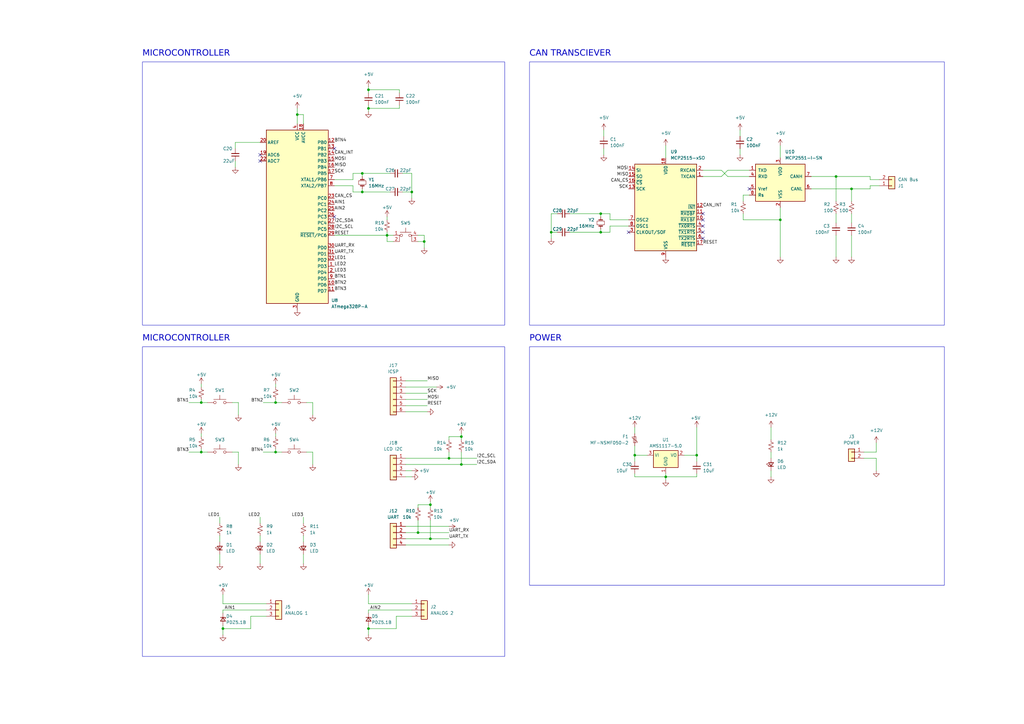
<source format=kicad_sch>
(kicad_sch (version 20230121) (generator eeschema)
  (paper "A3")
  (lib_symbols
    (symbol "+12V_1" (power) (pin_names (offset 0))
      (property "Value" "+12V_1" (at 0 3.556 0))
      (symbol "+12V_1_0_1"
        (polyline (pts (xy -0.762 1.27) (xy 0 2.54)))
        (polyline (pts (xy 0 0) (xy 0 2.54)))
        (polyline (pts (xy 0 2.54) (xy 0.762 1.27)))
      )
      (symbol "+12V_1_1_1"
        (pin power_in line (at 0 0 90) (length 0) hide (name "+12V") (number "1"))
      )
    )
    (symbol "Connector_Generic:Conn_01x02" (pin_names (offset 1.016) hide)
      (property "Reference" "J" (at 0 2.54 0))
      (property "Value" "Conn_01x02" (at 0 -5.08 0))
      (symbol "Conn_01x02_1_1"
        (rectangle (start -1.27 -2.413) (end 0 -2.667) (stroke (width 0.1524)))
        (rectangle (start -1.27 0.127) (end 0 -0.127) (stroke (width 0.1524)))
        (rectangle (start -1.27 1.27) (end 1.27 -3.81) (stroke (width 0.254)) (fill (type background)))
        (pin passive line (at -5.08 0 0) (length 3.81) (name "Pin_1") (number "1"))
        (pin passive line (at -5.08 -2.54 0) (length 3.81) (name "Pin_2") (number "2"))
      )
    )
    (symbol "Connector_Generic:Conn_01x03" (pin_names (offset 1.016) hide)
      (property "Reference" "J" (at 0 5.08 0))
      (property "Value" "Conn_01x03" (at 0 -5.08 0))
      (symbol "Conn_01x03_1_1"
        (rectangle (start -1.27 -2.413) (end 0 -2.667) (stroke (width 0.1524)))
        (rectangle (start -1.27 0.127) (end 0 -0.127) (stroke (width 0.1524)))
        (rectangle (start -1.27 2.667) (end 0 2.413) (stroke (width 0.1524)))
        (rectangle (start -1.27 3.81) (end 1.27 -3.81) (stroke (width 0.254)) (fill (type background)))
        (pin passive line (at -5.08 2.54 0) (length 3.81) (name "Pin_1") (number "1"))
        (pin passive line (at -5.08 0 0) (length 3.81) (name "Pin_2") (number "2"))
        (pin passive line (at -5.08 -2.54 0) (length 3.81) (name "Pin_3") (number "3"))
      )
    )
    (symbol "Connector_Generic:Conn_01x04" (pin_names (offset 1.016) hide)
      (property "Reference" "J" (at 0 5.08 0))
      (property "Value" "Conn_01x04" (at 0 -7.62 0))
      (symbol "Conn_01x04_1_1"
        (rectangle (start -1.27 -4.953) (end 0 -5.207) (stroke (width 0.1524)))
        (rectangle (start -1.27 -2.413) (end 0 -2.667) (stroke (width 0.1524)))
        (rectangle (start -1.27 0.127) (end 0 -0.127) (stroke (width 0.1524)))
        (rectangle (start -1.27 2.667) (end 0 2.413) (stroke (width 0.1524)))
        (rectangle (start -1.27 3.81) (end 1.27 -6.35) (stroke (width 0.254)) (fill (type background)))
        (pin passive line (at -5.08 2.54 0) (length 3.81) (name "Pin_1") (number "1"))
        (pin passive line (at -5.08 0 0) (length 3.81) (name "Pin_2") (number "2"))
        (pin passive line (at -5.08 -2.54 0) (length 3.81) (name "Pin_3") (number "3"))
        (pin passive line (at -5.08 -5.08 0) (length 3.81) (name "Pin_4") (number "4"))
      )
    )
    (symbol "Connector_Generic:Conn_01x06" (pin_names (offset 1.016) hide)
      (property "Reference" "J" (at 0 7.62 0))
      (property "Value" "Conn_01x06" (at 0 -10.16 0))
      (symbol "Conn_01x06_1_1"
        (rectangle (start -1.27 -7.493) (end 0 -7.747) (stroke (width 0.1524)))
        (rectangle (start -1.27 -4.953) (end 0 -5.207) (stroke (width 0.1524)))
        (rectangle (start -1.27 -2.413) (end 0 -2.667) (stroke (width 0.1524)))
        (rectangle (start -1.27 0.127) (end 0 -0.127) (stroke (width 0.1524)))
        (rectangle (start -1.27 2.667) (end 0 2.413) (stroke (width 0.1524)))
        (rectangle (start -1.27 5.207) (end 0 4.953) (stroke (width 0.1524)))
        (rectangle (start -1.27 6.35) (end 1.27 -8.89) (stroke (width 0.254)) (fill (type background)))
        (pin passive line (at -5.08 5.08 0) (length 3.81) (name "Pin_1") (number "1"))
        (pin passive line (at -5.08 2.54 0) (length 3.81) (name "Pin_2") (number "2"))
        (pin passive line (at -5.08 0 0) (length 3.81) (name "Pin_3") (number "3"))
        (pin passive line (at -5.08 -2.54 0) (length 3.81) (name "Pin_4") (number "4"))
        (pin passive line (at -5.08 -5.08 0) (length 3.81) (name "Pin_5") (number "5"))
        (pin passive line (at -5.08 -7.62 0) (length 3.81) (name "Pin_6") (number "6"))
      )
    )
    (symbol "Device:C_Small" (pin_numbers hide) (pin_names (offset 0.254) hide)
      (property "Reference" "C" (at 0.254 1.778 0))
      (property "Value" "C_Small" (at 0.254 -2.032 0))
      (symbol "C_Small_0_1"
        (polyline (pts (xy -1.524 -0.508) (xy 1.524 -0.508)) (stroke (width 0.3302)))
        (polyline (pts (xy -1.524 0.508) (xy 1.524 0.508)) (stroke (width 0.3048)))
      )
      (symbol "C_Small_1_1"
        (pin passive line (at 0 2.54 270) (length 2.032) (name "~") (number "1"))
        (pin passive line (at 0 -2.54 90) (length 2.032) (name "~") (number "2"))
      )
    )
    (symbol "Device:Crystal_Small" (pin_numbers hide) (pin_names (offset 1.016) hide)
      (property "Reference" "Y" (at 0 2.54 0))
      (property "Value" "Crystal_Small" (at 0 -2.54 0))
      (symbol "Crystal_Small_0_1"
        (rectangle (start -0.762 -1.524) (end 0.762 1.524))
        (polyline (pts (xy -1.27 -0.762) (xy -1.27 0.762)) (stroke (width 0.381)))
        (polyline (pts (xy 1.27 -0.762) (xy 1.27 0.762)) (stroke (width 0.381)))
      )
      (symbol "Crystal_Small_1_1"
        (pin passive line (at -2.54 0 0) (length 1.27) (name "1") (number "1"))
        (pin passive line (at 2.54 0 180) (length 1.27) (name "2") (number "2"))
      )
    )
    (symbol "Device:D_Zener_Small" (pin_numbers hide) (pin_names (offset 0.254) hide)
      (property "Reference" "D" (at 0 2.286 0))
      (property "Value" "D_Zener_Small" (at 0 -2.286 0))
      (symbol "D_Zener_Small_0_1"
        (polyline (pts (xy 0.762 0) (xy -0.762 0)))
        (polyline (pts (xy -0.254 1.016) (xy -0.762 1.016) (xy -0.762 -1.016)) (stroke (width 0.254)))
        (polyline (pts (xy 0.762 1.016) (xy -0.762 0) (xy 0.762 -1.016) (xy 0.762 1.016)) (stroke (width 0.254)))
      )
      (symbol "D_Zener_Small_1_1"
        (pin passive line (at -2.54 0 0) (length 1.778) (name "K") (number "1"))
        (pin passive line (at 2.54 0 180) (length 1.778) (name "A") (number "2"))
      )
    )
    (symbol "Device:LED_Small" (pin_numbers hide) (pin_names (offset 0.254) hide)
      (property "Reference" "D" (at -1.27 3.175 0))
      (property "Value" "LED_Small" (at -4.445 -2.54 0))
      (symbol "LED_Small_0_1"
        (polyline (pts (xy -0.762 -1.016) (xy -0.762 1.016)) (stroke (width 0.254)))
        (polyline (pts (xy 1.016 0) (xy -0.762 0)))
        (polyline (pts (xy 0.762 -1.016) (xy -0.762 0) (xy 0.762 1.016) (xy 0.762 -1.016)) (stroke (width 0.254)))
        (polyline (pts (xy 0 0.762) (xy -0.508 1.27) (xy -0.254 1.27) (xy -0.508 1.27) (xy -0.508 1.016)))
        (polyline (pts (xy 0.508 1.27) (xy 0 1.778) (xy 0.254 1.778) (xy 0 1.778) (xy 0 1.524)))
      )
      (symbol "LED_Small_1_1"
        (pin passive line (at -2.54 0 0) (length 1.778) (name "K") (number "1"))
        (pin passive line (at 2.54 0 180) (length 1.778) (name "A") (number "2"))
      )
    )
    (symbol "Device:Polyfuse_Small" (pin_numbers hide) (pin_names (offset 0))
      (property "Reference" "F" (at -1.905 0 90))
      (property "Value" "Polyfuse_Small" (at 1.905 0 90))
      (symbol "Polyfuse_Small_0_1"
        (rectangle (start -0.508 1.27) (end 0.508 -1.27))
        (polyline (pts (xy 0 2.54) (xy 0 -2.54)))
        (polyline (pts (xy -1.016 1.27) (xy -1.016 0.762) (xy 1.016 -0.762) (xy 1.016 -1.27)))
      )
      (symbol "Polyfuse_Small_1_1"
        (pin passive line (at 0 2.54 270) (length 0.635) (name "~") (number "1"))
        (pin passive line (at 0 -2.54 90) (length 0.635) (name "~") (number "2"))
      )
    )
    (symbol "Device:R_Small_US" (pin_numbers hide) (pin_names (offset 0.254) hide)
      (property "Reference" "R" (at 0.762 0.508 0))
      (property "Value" "R_Small_US" (at 0.762 -1.016 0))
      (symbol "R_Small_US_1_1"
        (polyline (pts (xy 0 0) (xy 1.016 -0.381) (xy 0 -0.762) (xy -1.016 -1.143) (xy 0 -1.524)))
        (polyline (pts (xy 0 1.524) (xy 1.016 1.143) (xy 0 0.762) (xy -1.016 0.381) (xy 0 0)))
        (pin passive line (at 0 2.54 270) (length 1.016) (name "~") (number "1"))
        (pin passive line (at 0 -2.54 90) (length 1.016) (name "~") (number "2"))
      )
    )
    (symbol "Interface_CAN_LIN:MCP2515-xSO"
      (property "Reference" "U" (at -10.16 19.685 0))
      (property "Value" "MCP2515-xSO" (at 19.05 20.32 0))
      (symbol "MCP2515-xSO_0_1"
        (rectangle (start -12.7 17.78) (end 12.7 -17.78) (stroke (width 0.254)) (fill (type background)))
      )
      (symbol "MCP2515-xSO_1_1"
        (pin output line (at 15.24 12.7 180) (length 2.54) (name "TXCAN") (number "1"))
        (pin output line (at 15.24 -5.08 180) (length 2.54) (name "~{RX1BF}") (number "10"))
        (pin output line (at 15.24 -2.54 180) (length 2.54) (name "~{RX0BF}") (number "11"))
        (pin output line (at 15.24 0 180) (length 2.54) (name "~{INT}") (number "12"))
        (pin input line (at -15.24 7.62 0) (length 2.54) (name "SCK") (number "13"))
        (pin input line (at -15.24 15.24 0) (length 2.54) (name "SI") (number "14"))
        (pin output line (at -15.24 12.7 0) (length 2.54) (name "SO") (number "15"))
        (pin input line (at -15.24 10.16 0) (length 2.54) (name "~{CS}") (number "16"))
        (pin input line (at 15.24 -15.24 180) (length 2.54) (name "~{RESET}") (number "17"))
        (pin power_in line (at 0 20.32 270) (length 2.54) (name "VDD") (number "18"))
        (pin input line (at 15.24 15.24 180) (length 2.54) (name "RXCAN") (number "2"))
        (pin output line (at -15.24 -10.16 0) (length 2.54) (name "CLKOUT/SOF") (number "3"))
        (pin input line (at 15.24 -7.62 180) (length 2.54) (name "~{TX0RTS}") (number "4"))
        (pin input line (at 15.24 -10.16 180) (length 2.54) (name "~{TX1RTS}") (number "5"))
        (pin input line (at 15.24 -12.7 180) (length 2.54) (name "~{TX2RTS}") (number "6"))
        (pin output line (at -15.24 -5.08 0) (length 2.54) (name "OSC2") (number "7"))
        (pin input line (at -15.24 -7.62 0) (length 2.54) (name "OSC1") (number "8"))
        (pin power_in line (at 0 -20.32 90) (length 2.54) (name "VSS") (number "9"))
      )
    )
    (symbol "Interface_CAN_LIN:MCP2551-I-SN" (pin_names (offset 1.016))
      (property "Reference" "U" (at -10.16 8.89 0))
      (property "Value" "MCP2551-I-SN" (at 2.54 8.89 0))
      (symbol "MCP2551-I-SN_0_1"
        (rectangle (start -10.16 7.62) (end 10.16 -7.62) (stroke (width 0.254)) (fill (type background)))
      )
      (symbol "MCP2551-I-SN_1_1"
        (pin input line (at -12.7 5.08 0) (length 2.54) (name "TXD") (number "1"))
        (pin power_in line (at 0 -10.16 90) (length 2.54) (name "VSS") (number "2"))
        (pin power_in line (at 0 10.16 270) (length 2.54) (name "VDD") (number "3"))
        (pin output line (at -12.7 2.54 0) (length 2.54) (name "RXD") (number "4"))
        (pin power_out line (at -12.7 -2.54 0) (length 2.54) (name "Vref") (number "5"))
        (pin bidirectional line (at 12.7 -2.54 180) (length 2.54) (name "CANL") (number "6"))
        (pin bidirectional line (at 12.7 2.54 180) (length 2.54) (name "CANH") (number "7"))
        (pin input line (at -12.7 -5.08 0) (length 2.54) (name "Rs") (number "8"))
      )
    )
    (symbol "MCU_Microchip_ATmega:ATmega328P-A"
      (property "Reference" "U" (at -12.7 36.83 0))
      (property "Value" "ATmega328P-A" (at 2.54 -36.83 0))
      (symbol "ATmega328P-A_0_1"
        (rectangle (start -12.7 -35.56) (end 12.7 35.56) (stroke (width 0.254)) (fill (type background)))
      )
      (symbol "ATmega328P-A_1_1"
        (pin bidirectional line (at 15.24 -20.32 180) (length 2.54) (name "PD3") (number "1"))
        (pin bidirectional line (at 15.24 -27.94 180) (length 2.54) (name "PD6") (number "10"))
        (pin bidirectional line (at 15.24 -30.48 180) (length 2.54) (name "PD7") (number "11"))
        (pin bidirectional line (at 15.24 30.48 180) (length 2.54) (name "PB0") (number "12"))
        (pin bidirectional line (at 15.24 27.94 180) (length 2.54) (name "PB1") (number "13"))
        (pin bidirectional line (at 15.24 25.4 180) (length 2.54) (name "PB2") (number "14"))
        (pin bidirectional line (at 15.24 22.86 180) (length 2.54) (name "PB3") (number "15"))
        (pin bidirectional line (at 15.24 20.32 180) (length 2.54) (name "PB4") (number "16"))
        (pin bidirectional line (at 15.24 17.78 180) (length 2.54) (name "PB5") (number "17"))
        (pin power_in line (at 2.54 38.1 270) (length 2.54) (name "AVCC") (number "18"))
        (pin input line (at -15.24 25.4 0) (length 2.54) (name "ADC6") (number "19"))
        (pin bidirectional line (at 15.24 -22.86 180) (length 2.54) (name "PD4") (number "2"))
        (pin passive line (at -15.24 30.48 0) (length 2.54) (name "AREF") (number "20"))
        (pin passive line (at 0 -38.1 90) (length 2.54) hide (name "GND") (number "21"))
        (pin input line (at -15.24 22.86 0) (length 2.54) (name "ADC7") (number "22"))
        (pin bidirectional line (at 15.24 7.62 180) (length 2.54) (name "PC0") (number "23"))
        (pin bidirectional line (at 15.24 5.08 180) (length 2.54) (name "PC1") (number "24"))
        (pin bidirectional line (at 15.24 2.54 180) (length 2.54) (name "PC2") (number "25"))
        (pin bidirectional line (at 15.24 0 180) (length 2.54) (name "PC3") (number "26"))
        (pin bidirectional line (at 15.24 -2.54 180) (length 2.54) (name "PC4") (number "27"))
        (pin bidirectional line (at 15.24 -5.08 180) (length 2.54) (name "PC5") (number "28"))
        (pin bidirectional line (at 15.24 -7.62 180) (length 2.54) (name "~{RESET}/PC6") (number "29"))
        (pin power_in line (at 0 -38.1 90) (length 2.54) (name "GND") (number "3"))
        (pin bidirectional line (at 15.24 -12.7 180) (length 2.54) (name "PD0") (number "30"))
        (pin bidirectional line (at 15.24 -15.24 180) (length 2.54) (name "PD1") (number "31"))
        (pin bidirectional line (at 15.24 -17.78 180) (length 2.54) (name "PD2") (number "32"))
        (pin power_in line (at 0 38.1 270) (length 2.54) (name "VCC") (number "4"))
        (pin passive line (at 0 -38.1 90) (length 2.54) hide (name "GND") (number "5"))
        (pin passive line (at 0 38.1 270) (length 2.54) hide (name "VCC") (number "6"))
        (pin bidirectional line (at 15.24 15.24 180) (length 2.54) (name "XTAL1/PB6") (number "7"))
        (pin bidirectional line (at 15.24 12.7 180) (length 2.54) (name "XTAL2/PB7") (number "8"))
        (pin bidirectional line (at 15.24 -25.4 180) (length 2.54) (name "PD5") (number "9"))
      )
    )
    (symbol "Regulator_Linear:AMS1117-5.0"
      (property "Reference" "U" (at -3.81 3.175 0))
      (property "Value" "AMS1117-5.0" (at 0 3.175 0))
      (symbol "AMS1117-5.0_0_1"
        (rectangle (start -5.08 -5.08) (end 5.08 1.905) (stroke (width 0.254)) (fill (type background)))
      )
      (symbol "AMS1117-5.0_1_1"
        (pin power_in line (at 0 -7.62 90) (length 2.54) (name "GND") (number "1"))
        (pin power_out line (at 7.62 0 180) (length 2.54) (name "VO") (number "2"))
        (pin power_in line (at -7.62 0 0) (length 2.54) (name "VI") (number "3"))
      )
    )
    (symbol "Switch:SW_MEC_5E" (pin_names (offset 1.016) hide)
      (property "Reference" "SW" (at 0.635 5.715 0))
      (property "Value" "SW_MEC_5E" (at 0 -3.175 0))
      (symbol "SW_MEC_5E_0_1"
        (circle (center -1.778 2.54) (radius 0.508))
        (polyline (pts (xy -2.286 3.81) (xy 2.286 3.81)))
        (polyline (pts (xy 0 3.81) (xy 0 5.588)))
        (polyline (pts (xy -2.54 0) (xy -2.54 2.54) (xy -2.286 2.54)))
        (polyline (pts (xy 2.54 0) (xy 2.54 2.54) (xy 2.286 2.54)))
        (circle (center 1.778 2.54) (radius 0.508))
        (pin passive line (at -5.08 2.54 0) (length 2.54) (name "1") (number "1"))
        (pin passive line (at -5.08 0 0) (length 2.54) (name "2") (number "2"))
        (pin passive line (at 5.08 0 180) (length 2.54) (name "K") (number "3"))
        (pin passive line (at 5.08 2.54 180) (length 2.54) (name "A") (number "4"))
      )
    )
    (symbol "Switch:SW_Push" (pin_numbers hide) (pin_names (offset 1.016) hide)
      (property "Reference" "SW" (at 1.27 2.54 0))
      (property "Value" "SW_Push" (at 0 -1.524 0))
      (symbol "SW_Push_0_1"
        (circle (center -2.032 0) (radius 0.508))
        (polyline (pts (xy 0 1.27) (xy 0 3.048)))
        (polyline (pts (xy 2.54 1.27) (xy -2.54 1.27)))
        (circle (center 2.032 0) (radius 0.508))
        (pin passive line (at -5.08 0 0) (length 2.54) (name "1") (number "1"))
        (pin passive line (at 5.08 0 180) (length 2.54) (name "2") (number "2"))
      )
    )
    (symbol "power:+12V" (power) (pin_names (offset 0))
      (property "Value" "+12V" (at 0 3.556 0))
      (symbol "+12V_0_1"
        (polyline (pts (xy -0.762 1.27) (xy 0 2.54)))
        (polyline (pts (xy 0 0) (xy 0 2.54)))
        (polyline (pts (xy 0 2.54) (xy 0.762 1.27)))
      )
      (symbol "+12V_1_1"
        (pin power_in line (at 0 0 90) (length 0) hide (name "+12V") (number "1"))
      )
    )
    (symbol "power:+5V" (power) (pin_names (offset 0))
      (property "Value" "+5V" (at 0 3.556 0))
      (symbol "+5V_0_1"
        (polyline (pts (xy -0.762 1.27) (xy 0 2.54)))
        (polyline (pts (xy 0 0) (xy 0 2.54)))
        (polyline (pts (xy 0 2.54) (xy 0.762 1.27)))
      )
      (symbol "+5V_1_1"
        (pin power_in line (at 0 0 90) (length 0) hide (name "+5V") (number "1"))
      )
    )
    (symbol "power:GND" (power) (pin_names (offset 0))
      (property "Value" "GND" (at 0 -3.81 0))
      (symbol "GND_0_1"
        (polyline (pts (xy 0 0) (xy 0 -1.27) (xy 1.27 -1.27) (xy 0 -2.54) (xy -1.27 -1.27) (xy 0 -1.27)))
      )
      (symbol "GND_1_1"
        (pin power_in line (at 0 0 270) (length 0) hide (name "GND") (number "1"))
      )
    )
  )
  (junction (at 151.13 36.83))
  (junction (at 176.53 220.98))
  (junction (at 113.03 165.1))
  (junction (at 176.53 207.01))
  (junction (at 246.38 87.63))
  (junction (at 82.55 165.1))
  (junction (at 260.35 186.69))
  (junction (at 171.45 218.44))
  (junction (at 184.15 187.96))
  (junction (at 349.25 77.47))
  (junction (at 113.03 185.42))
  (junction (at 121.92 46.99))
  (junction (at 189.23 179.07))
  (junction (at 82.55 185.42))
  (junction (at 320.04 90.17))
  (junction (at 91.44 257.81))
  (junction (at 173.99 99.06))
  (junction (at 148.59 71.12))
  (junction (at 158.75 96.52))
  (junction (at 168.91 78.74))
  (junction (at 151.13 257.81))
  (junction (at 189.23 190.5))
  (junction (at 246.38 95.25))
  (junction (at 148.59 78.74))
  (junction (at 151.13 44.45))
  (junction (at 226.06 95.25))
  (junction (at 285.75 186.69))
  (junction (at 342.9 72.39))
  (junction (at 273.05 195.58))
  (no_connect (at 288.29 95.25))
  (no_connect (at 288.29 92.71))
  (no_connect (at 257.81 95.25))
  (no_connect (at 137.16 60.96))
  (no_connect (at 288.29 87.63))
  (no_connect (at 288.29 90.17))
  (no_connect (at 137.16 88.9))
  (no_connect (at 288.29 97.79))
  (no_connect (at 307.34 77.47))
  (no_connect (at 106.68 63.5))
  (no_connect (at 106.68 66.04))
  (wire (pts (xy 166.37 163.83) (xy 175.26 163.83)))
  (wire (pts (xy 91.44 247.65) (xy 109.22 247.65)))
  (wire (pts (xy 163.83 36.83) (xy 163.83 38.1)))
  (wire (pts (xy 77.47 165.1) (xy 82.55 165.1)))
  (wire (pts (xy 189.23 180.34) (xy 189.23 179.07)))
  (wire (pts (xy 257.81 92.71) (xy 250.19 92.71)))
  (wire (pts (xy 91.44 257.81) (xy 91.44 260.35)))
  (wire (pts (xy 128.27 165.1) (xy 125.73 165.1)))
  (wire (pts (xy 151.13 35.56) (xy 151.13 36.83)))
  (wire (pts (xy 151.13 256.54) (xy 151.13 257.81)))
  (wire (pts (xy 151.13 43.18) (xy 151.13 44.45)))
  (wire (pts (xy 320.04 90.17) (xy 320.04 105.41)))
  (wire (pts (xy 106.68 219.71) (xy 106.68 222.25)))
  (wire (pts (xy 151.13 36.83) (xy 151.13 38.1)))
  (wire (pts (xy 90.17 227.33) (xy 90.17 231.14)))
  (wire (pts (xy 124.46 219.71) (xy 124.46 222.25)))
  (wire (pts (xy 168.91 81.28) (xy 168.91 78.74)))
  (wire (pts (xy 97.79 185.42) (xy 97.79 190.5)))
  (wire (pts (xy 298.45 72.39) (xy 307.34 72.39)))
  (wire (pts (xy 285.75 186.69) (xy 285.75 189.23)))
  (wire (pts (xy 246.38 87.63) (xy 246.38 88.9)))
  (wire (pts (xy 288.29 69.85) (xy 295.91 69.85)))
  (wire (pts (xy 151.13 257.81) (xy 151.13 260.35)))
  (wire (pts (xy 113.03 185.42) (xy 113.03 184.15)))
  (wire (pts (xy 128.27 165.1) (xy 128.27 170.18)))
  (wire (pts (xy 151.13 36.83) (xy 163.83 36.83)))
  (wire (pts (xy 144.78 73.66) (xy 144.78 71.12)))
  (wire (pts (xy 295.91 72.39) (xy 298.45 69.85)))
  (wire (pts (xy 113.03 157.48) (xy 113.03 158.75)))
  (wire (pts (xy 137.16 76.2) (xy 144.78 76.2)))
  (wire (pts (xy 166.37 220.98) (xy 176.53 220.98)))
  (wire (pts (xy 168.91 252.73) (xy 162.56 252.73)))
  (wire (pts (xy 303.53 60.96) (xy 303.53 63.5)))
  (wire (pts (xy 124.46 212.09) (xy 124.46 214.63)))
  (wire (pts (xy 320.04 85.09) (xy 320.04 90.17)))
  (wire (pts (xy 166.37 156.21) (xy 175.26 156.21)))
  (wire (pts (xy 356.87 72.39) (xy 356.87 73.66)))
  (wire (pts (xy 273.05 195.58) (xy 273.05 196.85)))
  (wire (pts (xy 349.25 77.47) (xy 349.25 82.55)))
  (wire (pts (xy 257.81 90.17) (xy 250.19 90.17)))
  (wire (pts (xy 304.8 80.01) (xy 307.34 80.01)))
  (wire (pts (xy 285.75 195.58) (xy 273.05 195.58)))
  (wire (pts (xy 107.95 165.1) (xy 113.03 165.1)))
  (wire (pts (xy 295.91 69.85) (xy 298.45 72.39)))
  (wire (pts (xy 166.37 168.91) (xy 175.26 168.91)))
  (wire (pts (xy 280.67 186.69) (xy 285.75 186.69)))
  (wire (pts (xy 226.06 97.79) (xy 226.06 95.25)))
  (wire (pts (xy 162.56 252.73) (xy 162.56 257.81)))
  (wire (pts (xy 166.37 195.58) (xy 168.91 195.58)))
  (wire (pts (xy 332.74 72.39) (xy 342.9 72.39)))
  (wire (pts (xy 316.23 175.26) (xy 316.23 180.34)))
  (wire (pts (xy 228.6 95.25) (xy 226.06 95.25)))
  (wire (pts (xy 342.9 87.63) (xy 342.9 91.44)))
  (wire (pts (xy 250.19 90.17) (xy 250.19 87.63)))
  (wire (pts (xy 173.99 96.52) (xy 171.45 96.52)))
  (wire (pts (xy 189.23 179.07) (xy 189.23 177.8)))
  (wire (pts (xy 96.52 68.58) (xy 96.52 66.04)))
  (wire (pts (xy 303.53 53.34) (xy 303.53 55.88)))
  (wire (pts (xy 273.05 59.69) (xy 273.05 64.77)))
  (wire (pts (xy 90.17 219.71) (xy 90.17 222.25)))
  (wire (pts (xy 304.8 90.17) (xy 304.8 87.63)))
  (wire (pts (xy 349.25 77.47) (xy 332.74 77.47)))
  (wire (pts (xy 97.79 165.1) (xy 95.25 165.1)))
  (wire (pts (xy 165.1 78.74) (xy 168.91 78.74)))
  (wire (pts (xy 158.75 99.06) (xy 158.75 96.52)))
  (wire (pts (xy 171.45 207.01) (xy 176.53 207.01)))
  (wire (pts (xy 168.91 71.12) (xy 168.91 78.74)))
  (wire (pts (xy 113.03 165.1) (xy 113.03 163.83)))
  (wire (pts (xy 151.13 44.45) (xy 151.13 45.72)))
  (wire (pts (xy 260.35 195.58) (xy 273.05 195.58)))
  (wire (pts (xy 165.1 71.12) (xy 168.91 71.12)))
  (wire (pts (xy 166.37 166.37) (xy 175.26 166.37)))
  (wire (pts (xy 176.53 213.36) (xy 176.53 220.98)))
  (wire (pts (xy 316.23 193.04) (xy 316.23 195.58)))
  (wire (pts (xy 247.65 53.34) (xy 247.65 55.88)))
  (wire (pts (xy 354.33 187.96) (xy 359.41 187.96)))
  (wire (pts (xy 106.68 227.33) (xy 106.68 231.14)))
  (wire (pts (xy 184.15 185.42) (xy 184.15 187.96)))
  (wire (pts (xy 151.13 247.65) (xy 168.91 247.65)))
  (wire (pts (xy 128.27 185.42) (xy 125.73 185.42)))
  (wire (pts (xy 113.03 185.42) (xy 115.57 185.42)))
  (wire (pts (xy 113.03 165.1) (xy 115.57 165.1)))
  (wire (pts (xy 151.13 243.84) (xy 151.13 247.65)))
  (wire (pts (xy 228.6 87.63) (xy 226.06 87.63)))
  (wire (pts (xy 91.44 256.54) (xy 91.44 257.81)))
  (wire (pts (xy 171.45 218.44) (xy 184.15 218.44)))
  (wire (pts (xy 273.05 194.31) (xy 273.05 195.58)))
  (wire (pts (xy 96.52 58.42) (xy 106.68 58.42)))
  (wire (pts (xy 176.53 208.28) (xy 176.53 207.01)))
  (wire (pts (xy 171.45 213.36) (xy 171.45 218.44)))
  (wire (pts (xy 107.95 185.42) (xy 113.03 185.42)))
  (wire (pts (xy 148.59 78.74) (xy 160.02 78.74)))
  (wire (pts (xy 166.37 190.5) (xy 189.23 190.5)))
  (wire (pts (xy 247.65 60.96) (xy 247.65 63.5)))
  (wire (pts (xy 109.22 252.73) (xy 102.87 252.73)))
  (wire (pts (xy 151.13 250.19) (xy 168.91 250.19)))
  (wire (pts (xy 151.13 250.19) (xy 151.13 251.46)))
  (wire (pts (xy 356.87 77.47) (xy 349.25 77.47)))
  (wire (pts (xy 342.9 96.52) (xy 342.9 105.41)))
  (wire (pts (xy 320.04 90.17) (xy 304.8 90.17)))
  (wire (pts (xy 166.37 193.04) (xy 168.91 193.04)))
  (wire (pts (xy 82.55 165.1) (xy 85.09 165.1)))
  (wire (pts (xy 320.04 59.69) (xy 320.04 64.77)))
  (wire (pts (xy 349.25 87.63) (xy 349.25 91.44)))
  (wire (pts (xy 171.45 208.28) (xy 171.45 207.01)))
  (wire (pts (xy 342.9 72.39) (xy 342.9 82.55)))
  (wire (pts (xy 342.9 72.39) (xy 356.87 72.39)))
  (wire (pts (xy 356.87 76.2) (xy 356.87 77.47)))
  (wire (pts (xy 354.33 185.42) (xy 359.41 185.42)))
  (wire (pts (xy 171.45 99.06) (xy 173.99 99.06)))
  (wire (pts (xy 137.16 73.66) (xy 144.78 73.66)))
  (wire (pts (xy 285.75 175.26) (xy 285.75 186.69)))
  (wire (pts (xy 260.35 194.31) (xy 260.35 195.58)))
  (wire (pts (xy 144.78 71.12) (xy 148.59 71.12)))
  (wire (pts (xy 137.16 96.52) (xy 158.75 96.52)))
  (wire (pts (xy 176.53 207.01) (xy 176.53 205.74)))
  (wire (pts (xy 356.87 73.66) (xy 360.68 73.66)))
  (wire (pts (xy 189.23 190.5) (xy 195.58 190.5)))
  (wire (pts (xy 166.37 215.9) (xy 184.15 215.9)))
  (wire (pts (xy 166.37 158.75) (xy 179.07 158.75)))
  (wire (pts (xy 90.17 212.09) (xy 90.17 214.63)))
  (wire (pts (xy 91.44 250.19) (xy 91.44 251.46)))
  (wire (pts (xy 162.56 257.81) (xy 151.13 257.81)))
  (wire (pts (xy 121.92 46.99) (xy 121.92 50.8)))
  (wire (pts (xy 288.29 72.39) (xy 295.91 72.39)))
  (wire (pts (xy 113.03 177.8) (xy 113.03 179.07)))
  (wire (pts (xy 260.35 175.26) (xy 260.35 177.8)))
  (wire (pts (xy 260.35 182.88) (xy 260.35 186.69)))
  (wire (pts (xy 359.41 187.96) (xy 359.41 193.04)))
  (wire (pts (xy 82.55 177.8) (xy 82.55 179.07)))
  (wire (pts (xy 82.55 157.48) (xy 82.55 158.75)))
  (wire (pts (xy 285.75 194.31) (xy 285.75 195.58)))
  (wire (pts (xy 250.19 87.63) (xy 246.38 87.63)))
  (wire (pts (xy 316.23 185.42) (xy 316.23 187.96)))
  (wire (pts (xy 184.15 180.34) (xy 184.15 179.07)))
  (wire (pts (xy 106.68 212.09) (xy 106.68 214.63)))
  (wire (pts (xy 97.79 165.1) (xy 97.79 170.18)))
  (wire (pts (xy 166.37 187.96) (xy 184.15 187.96)))
  (wire (pts (xy 148.59 77.47) (xy 148.59 78.74)))
  (wire (pts (xy 77.47 185.42) (xy 82.55 185.42)))
  (wire (pts (xy 184.15 187.96) (xy 195.58 187.96)))
  (wire (pts (xy 304.8 82.55) (xy 304.8 80.01)))
  (wire (pts (xy 246.38 95.25) (xy 233.68 95.25)))
  (wire (pts (xy 82.55 185.42) (xy 85.09 185.42)))
  (wire (pts (xy 250.19 92.71) (xy 250.19 95.25)))
  (wire (pts (xy 260.35 186.69) (xy 265.43 186.69)))
  (wire (pts (xy 91.44 250.19) (xy 109.22 250.19)))
  (wire (pts (xy 298.45 69.85) (xy 307.34 69.85)))
  (wire (pts (xy 158.75 96.52) (xy 158.75 95.25)))
  (wire (pts (xy 246.38 87.63) (xy 233.68 87.63)))
  (wire (pts (xy 158.75 96.52) (xy 161.29 96.52)))
  (wire (pts (xy 176.53 220.98) (xy 184.15 220.98)))
  (wire (pts (xy 166.37 218.44) (xy 171.45 218.44)))
  (wire (pts (xy 226.06 87.63) (xy 226.06 95.25)))
  (wire (pts (xy 173.99 99.06) (xy 173.99 101.6)))
  (wire (pts (xy 189.23 185.42) (xy 189.23 190.5)))
  (wire (pts (xy 173.99 96.52) (xy 173.99 99.06)))
  (wire (pts (xy 124.46 227.33) (xy 124.46 231.14)))
  (wire (pts (xy 121.92 44.45) (xy 121.92 46.99)))
  (wire (pts (xy 163.83 44.45) (xy 163.83 43.18)))
  (wire (pts (xy 102.87 252.73) (xy 102.87 257.81)))
  (wire (pts (xy 91.44 243.84) (xy 91.44 247.65)))
  (wire (pts (xy 97.79 185.42) (xy 95.25 185.42)))
  (wire (pts (xy 144.78 78.74) (xy 148.59 78.74)))
  (wire (pts (xy 151.13 44.45) (xy 163.83 44.45)))
  (wire (pts (xy 166.37 223.52) (xy 184.15 223.52)))
  (wire (pts (xy 158.75 88.9) (xy 158.75 90.17)))
  (wire (pts (xy 246.38 93.98) (xy 246.38 95.25)))
  (wire (pts (xy 250.19 95.25) (xy 246.38 95.25)))
  (wire (pts (xy 161.29 99.06) (xy 158.75 99.06)))
  (wire (pts (xy 166.37 161.29) (xy 175.26 161.29)))
  (wire (pts (xy 121.92 46.99) (xy 124.46 46.99)))
  (wire (pts (xy 349.25 96.52) (xy 349.25 105.41)))
  (wire (pts (xy 360.68 76.2) (xy 356.87 76.2)))
  (wire (pts (xy 359.41 181.61) (xy 359.41 185.42)))
  (wire (pts (xy 82.55 165.1) (xy 82.55 163.83)))
  (wire (pts (xy 96.52 58.42) (xy 96.52 60.96)))
  (wire (pts (xy 128.27 185.42) (xy 128.27 190.5)))
  (wire (pts (xy 148.59 71.12) (xy 160.02 71.12)))
  (wire (pts (xy 124.46 46.99) (xy 124.46 50.8)))
  (wire (pts (xy 184.15 179.07) (xy 189.23 179.07)))
  (wire (pts (xy 102.87 257.81) (xy 91.44 257.81)))
  (wire (pts (xy 82.55 185.42) (xy 82.55 184.15)))
  (wire (pts (xy 144.78 76.2) (xy 144.78 78.74)))
  (wire (pts (xy 148.59 71.12) (xy 148.59 72.39)))
  (wire (pts (xy 260.35 186.69) (xy 260.35 189.23)))
  (rectangle (start 58.42 142.24) (end 207.01 269.24))
  (rectangle (start 217.17 25.4) (end 387.35 133.35))
  (rectangle (start 217.17 142.24) (end 387.35 240.03))
  (rectangle (start 58.42 25.4) (end 207.01 133.35))
  (text "POWER" (at 217.17 140.97 0) (effects (font (size 2.54 2.54)) (justify left bottom)))
  (text "CAN TRANSCIEVER" (at 217.17 24.13 0) (effects (font (size 2.54 2.54)) (justify left bottom)))
  (text "MICROCONTROLLER" (at 58.42 140.97 0) (effects (font (size 2.54 2.54)) (justify left bottom)))
  (text "MICROCONTROLLER" (at 58.42 24.13 0) (effects (font (size 2.54 2.54)) (justify left bottom)))
  (label "MISO" (at 175.26 156.21 0))
  (label "BTN3" (at 137.16 119.38 0))
  (label "RESET" (at 137.16 96.52 0))
  (label "BTN2" (at 107.95 165.1 180))
  (label "SCK" (at 175.26 161.29 0))
  (label "BTN1" (at 77.47 165.1 180))
  (label "AIN2" (at 156.21 250.19 180))
  (label "LED1" (at 137.16 106.68 0))
  (label "CAN_INT" (at 137.16 63.5 0))
  (label "CAN_CS" (at 137.16 81.28 0))
  (label "I2C_SCL" (at 195.58 187.96 0))
  (label "LED3" (at 137.16 111.76 0))
  (label "LED2" (at 137.16 109.22 0))
  (label "LED2" (at 106.68 212.09 180))
  (label "BTN2" (at 137.16 116.84 0))
  (label "CAN_CS" (at 257.81 74.93 180))
  (label "UART_RX" (at 137.16 101.6 0))
  (label "UART_TX" (at 184.15 220.98 0))
  (label "BTN4" (at 137.16 58.42 0))
  (label "SCK" (at 137.16 71.12 0))
  (label "MOSI" (at 137.16 66.04 0))
  (label "BTN3" (at 77.47 185.42 180))
  (label "AIN1" (at 96.52 250.19 180))
  (label "LED3" (at 124.46 212.09 180))
  (label "MISO" (at 137.16 68.58 0))
  (label "BTN4" (at 107.95 185.42 180))
  (label "UART_TX" (at 137.16 104.14 0))
  (label "MOSI" (at 257.81 69.85 180))
  (label "SCK" (at 257.81 77.47 180))
  (label "BTN1" (at 137.16 114.3 0))
  (label "MISO" (at 257.81 72.39 180))
  (label "RESET" (at 288.29 100.33 0))
  (label "MOSI" (at 175.26 163.83 0))
  (label "AIN2" (at 137.16 86.36 0))
  (label "AIN1" (at 137.16 83.82 0))
  (label "UART_RX" (at 184.15 218.44 0))
  (label "I2C_SDA" (at 195.58 190.5 0))
  (label "I2C_SDA" (at 137.16 91.44 0))
  (label "I2C_SCL" (at 137.16 93.98 0))
  (label "CAN_INT" (at 288.29 85.09 0))
  (label "LED1" (at 90.17 212.09 180))
  (label "RESET" (at 175.26 166.37 0))
  (symbol (lib_id "Device:R_Small_US") (at 90.17 217.17 0) (unit 1)
    (property "Reference" "R8" (at 92.71 215.9 0) (effects (justify left)))
    (property "Value" "1k" (at 92.71 218.44 0) (effects (justify left)))
    (property "Footprint" "Resistor_SMD:R_0805_2012Metric" (effects hide))
  )
  (symbol (lib_id "power:+5V") (at 179.07 158.75 270) (unit 1)
    (property "Reference" "#PWR037" (effects hide))
    (property "Value" "+5V" (at 182.88 158.75 90) (effects (justify left)))
  )
  (symbol (lib_id "power:GND") (at 320.04 105.41 0) (mirror y) (unit 1)
    (property "Reference" "#PWR01" (effects hide))
    (property "Value" "GND" (effects hide))
  )
  (symbol (lib_id "Switch:SW_Push") (at 90.17 165.1 0) (unit 1)
    (property "Reference" "SW1" (at 90.17 160.02 0))
    (property "Value" "SW_Push" (effects hide))
    (property "Footprint" "Connector_JST:JST_XH_S2B-XH-A-1_1x02_P2.50mm_Horizontal" (effects hide))
  )
  (symbol (lib_id "Connector_Generic:Conn_01x04") (at 161.29 190.5 0) (mirror y) (unit 1)
    (property "Reference" "J18" (at 161.29 181.61 0))
    (property "Value" "LCD I2C" (at 161.29 184.15 0))
    (property "Footprint" "Connector_PinSocket_2.54mm:PinSocket_1x04_P2.54mm_Vertical" (effects hide))
  )
  (symbol (lib_id "power:GND") (at 173.99 101.6 0) (unit 1)
    (property "Reference" "#PWR073" (effects hide))
    (property "Value" "GND" (effects hide))
  )
  (symbol (lib_id "Device:D_Zener_Small") (at 151.13 254 270) (unit 1)
    (property "Reference" "D5" (at 152.4 252.73 90) (effects (justify left)))
    (property "Value" "PDZ5.1B" (at 152.4 255.27 90) (effects (justify left)))
    (property "Footprint" "Diode_SMD:D_SOD-323" (effects hide))
  )
  (symbol (lib_id "Interface_CAN_LIN:MCP2551-I-SN") (at 320.04 74.93 0) (unit 1)
    (property "Reference" "U10" (at 321.9959 62.23 0) (effects (justify left)))
    (property "Value" "MCP2551-I-SN" (at 321.9959 64.77 0) (effects (justify left)))
    (property "Footprint" "Package_SO:SOIC-8_3.9x4.9mm_P1.27mm" (effects hide))
    (property "Datasheet" "http://ww1.microchip.com/downloads/en/devicedoc/21667d.pdf" (effects hide))
  )
  (symbol (lib_id "Device:R_Small_US") (at 113.03 161.29 0) (unit 1)
    (property "Reference" "R7" (at 107.95 160.02 0) (effects (justify left)))
    (property "Value" "10k" (at 107.95 162.56 0) (effects (justify left)))
    (property "Footprint" "Resistor_SMD:R_0805_2012Metric" (effects hide))
  )
  (symbol (lib_name "+12V_1") (lib_id "power:+12V") (at 316.23 175.26 0) (unit 1)
    (property "Reference" "#PWR030" (effects hide))
    (property "Value" "+12V" (at 316.23 170.18 0))
  )
  (symbol (lib_id "power:+5V") (at 189.23 177.8 0) (unit 1)
    (property "Reference" "#PWR033" (effects hide))
    (property "Value" "+5V" (at 189.23 173.99 0))
  )
  (symbol (lib_id "power:GND") (at 121.92 127 0) (unit 1)
    (property "Reference" "#PWR071" (effects hide))
    (property "Value" "GND" (effects hide))
  )
  (symbol (lib_id "power:GND") (at 175.26 168.91 90) (unit 1)
    (property "Reference" "#PWR076" (effects hide))
    (property "Value" "GND" (effects hide))
  )
  (symbol (lib_id "power:+5V") (at 176.53 205.74 0) (unit 1)
    (property "Reference" "#PWR025" (effects hide))
    (property "Value" "+5V" (at 176.53 201.93 0))
  )
  (symbol (lib_id "Device:R_Small_US") (at 176.53 210.82 0) (unit 1)
    (property "Reference" "R13" (at 177.8 209.55 0) (effects (justify left)))
    (property "Value" "10k" (at 177.8 212.09 0) (effects (justify left)))
    (property "Footprint" "Resistor_SMD:R_0805_2012Metric" (effects hide))
  )
  (symbol (lib_id "power:+5V") (at 91.44 243.84 0) (unit 1)
    (property "Reference" "#PWR038" (effects hide))
    (property "Value" "+5V" (at 91.44 240.03 0))
  )
  (symbol (lib_id "power:+12V") (at 260.35 175.26 0) (unit 1)
    (property "Reference" "#PWR081" (effects hide))
    (property "Value" "+12V" (at 262.89 171.45 0) (effects (justify right)))
  )
  (symbol (lib_id "Device:R_Small_US") (at 342.9 85.09 0) (unit 1)
    (property "Reference" "R2" (at 337.82 83.82 0) (effects (justify left)))
    (property "Value" "100" (at 337.82 86.36 0) (effects (justify left)))
    (property "Footprint" "Resistor_SMD:R_0805_2012Metric" (effects hide))
  )
  (symbol (lib_name "+12V_1") (lib_id "power:+12V") (at 359.41 181.61 0) (unit 1)
    (property "Reference" "#PWR020" (effects hide))
    (property "Value" "+12V" (at 359.41 176.53 0))
  )
  (symbol (lib_id "Device:C_Small") (at 342.9 93.98 180) (unit 1)
    (property "Reference" "C3" (at 340.36 92.71 0) (effects (justify left)))
    (property "Value" "100nF" (at 340.36 95.25 0) (effects (justify left)))
    (property "Footprint" "Capacitor_SMD:C_0805_2012Metric" (effects hide))
  )
  (symbol (lib_id "power:GND") (at 184.15 223.52 90) (unit 1)
    (property "Reference" "#PWR027" (effects hide))
    (property "Value" "GND" (effects hide))
  )
  (symbol (lib_id "power:GND") (at 349.25 105.41 0) (mirror y) (unit 1)
    (property "Reference" "#PWR010" (effects hide))
    (property "Value" "GND" (effects hide))
  )
  (symbol (lib_id "Device:C_Small") (at 285.75 191.77 180) (unit 1)
    (property "Reference" "C31" (at 288.29 190.5 0) (effects (justify right)))
    (property "Value" "10uF" (at 288.29 193.04 0) (effects (justify right)))
    (property "Footprint" "Capacitor_SMD:C_0805_2012Metric" (effects hide))
  )
  (symbol (lib_id "power:+5V") (at 184.15 215.9 270) (unit 1)
    (property "Reference" "#PWR026" (effects hide))
    (property "Value" "+5V" (at 184.15 213.36 90) (effects (justify left)))
  )
  (symbol (lib_id "Device:R_Small_US") (at 82.55 161.29 0) (unit 1)
    (property "Reference" "R4" (at 77.47 160.02 0) (effects (justify left)))
    (property "Value" "10k" (at 77.47 162.56 0) (effects (justify left)))
    (property "Footprint" "Resistor_SMD:R_0805_2012Metric" (effects hide))
  )
  (symbol (lib_id "Device:C_Small") (at 231.14 87.63 90) (unit 1)
    (property "Reference" "C28" (at 228.6 86.36 90))
    (property "Value" "22pF" (at 234.95 86.36 90))
    (property "Footprint" "Capacitor_SMD:C_0805_2012Metric" (effects hide))
  )
  (symbol (lib_id "Device:C_Small") (at 163.83 40.64 180) (unit 1)
    (property "Reference" "C22" (at 166.37 39.3635 0) (effects (justify right)))
    (property "Value" "100nF" (at 166.37 41.9035 0) (effects (justify right)))
    (property "Footprint" "Capacitor_SMD:C_0805_2012Metric" (effects hide))
  )
  (symbol (lib_id "Connector_Generic:Conn_01x03") (at 173.99 250.19 0) (unit 1)
    (property "Reference" "J2" (at 176.53 248.92 0) (effects (justify left)))
    (property "Value" "ANALOG 2" (at 176.53 251.46 0) (effects (justify left)))
    (property "Footprint" "Connector_JST:JST_XH_S3B-XH-A-1_1x03_P2.50mm_Horizontal" (effects hide))
  )
  (symbol (lib_id "power:+5V") (at 168.91 193.04 270) (mirror x) (unit 1)
    (property "Reference" "#PWR032" (effects hide))
    (property "Value" "+5V" (at 173.99 193.04 90))
  )
  (symbol (lib_id "Device:R_Small_US") (at 304.8 85.09 0) (unit 1)
    (property "Reference" "R1" (at 299.72 83.82 0) (effects (justify left)))
    (property "Value" "10k" (at 299.72 86.36 0) (effects (justify left)))
    (property "Footprint" "Resistor_SMD:R_0805_2012Metric" (effects hide))
  )
  (symbol (lib_id "Device:R_Small_US") (at 82.55 181.61 0) (unit 1)
    (property "Reference" "R5" (at 77.47 180.34 0) (effects (justify left)))
    (property "Value" "10k" (at 77.47 182.88 0) (effects (justify left)))
    (property "Footprint" "Resistor_SMD:R_0805_2012Metric" (effects hide))
  )
  (symbol (lib_id "Connector_Generic:Conn_01x06") (at 161.29 161.29 0) (mirror y) (unit 1)
    (property "Reference" "J17" (at 161.29 149.86 0))
    (property "Value" "ICSP" (at 161.29 152.4 0))
    (property "Footprint" "Connector_PinHeader_2.54mm:PinHeader_2x03_P2.54mm_Vertical" (effects hide))
  )
  (symbol (lib_id "Connector_Generic:Conn_01x03") (at 114.3 250.19 0) (unit 1)
    (property "Reference" "J5" (at 116.84 248.92 0) (effects (justify left)))
    (property "Value" "ANALOG 1" (at 116.84 251.46 0) (effects (justify left)))
    (property "Footprint" "Connector_JST:JST_XH_S3B-XH-A-1_1x03_P2.50mm_Horizontal" (effects hide))
  )
  (symbol (lib_id "power:+5V") (at 113.03 177.8 0) (unit 1)
    (property "Reference" "#PWR015" (effects hide))
    (property "Value" "+5V" (at 113.03 173.99 0))
  )
  (symbol (lib_id "Device:C_Small") (at 162.56 78.74 90) (unit 1)
    (property "Reference" "C27" (at 160.02 77.47 90))
    (property "Value" "22pF" (at 166.37 77.47 90))
    (property "Footprint" "Capacitor_SMD:C_0805_2012Metric" (effects hide))
  )
  (symbol (lib_id "power:+5V") (at 158.75 88.9 0) (unit 1)
    (property "Reference" "#PWR072" (effects hide))
    (property "Value" "+5V" (at 158.75 85.09 0))
  )
  (symbol (lib_id "Device:R_Small_US") (at 316.23 182.88 0) (unit 1)
    (property "Reference" "R12" (at 318.77 181.61 0) (effects (justify left)))
    (property "Value" "1k" (at 318.77 184.15 0) (effects (justify left)))
    (property "Footprint" "Resistor_SMD:R_0805_2012Metric" (effects hide))
  )
  (symbol (lib_id "Device:R_Small_US") (at 113.03 181.61 0) (unit 1)
    (property "Reference" "R6" (at 107.95 180.34 0) (effects (justify left)))
    (property "Value" "10k" (at 107.95 182.88 0) (effects (justify left)))
    (property "Footprint" "Resistor_SMD:R_0805_2012Metric" (effects hide))
  )
  (symbol (lib_id "power:GND") (at 151.13 260.35 0) (unit 1)
    (property "Reference" "#PWR039" (effects hide))
    (property "Value" "GND" (effects hide))
  )
  (symbol (lib_id "power:+5V") (at 151.13 35.56 0) (unit 1)
    (property "Reference" "#PWR068" (effects hide))
    (property "Value" "+5V" (at 151.13 30.48 0))
  )
  (symbol (lib_id "power:GND") (at 96.52 68.58 0) (unit 1)
    (property "Reference" "#PWR067" (effects hide))
    (property "Value" "GND" (effects hide))
  )
  (symbol (lib_id "power:+5V") (at 151.13 243.84 0) (unit 1)
    (property "Reference" "#PWR028" (effects hide))
    (property "Value" "+5V" (at 151.13 240.03 0))
  )
  (symbol (lib_id "power:GND") (at 303.53 63.5 0) (unit 1)
    (property "Reference" "#PWR08" (effects hide))
    (property "Value" "GND" (effects hide))
  )
  (symbol (lib_id "power:+5V") (at 303.53 53.34 0) (mirror y) (unit 1)
    (property "Reference" "#PWR07" (effects hide))
    (property "Value" "+5V" (at 303.53 48.26 0))
  )
  (symbol (lib_id "Device:C_Small") (at 151.13 40.64 180) (unit 1)
    (property "Reference" "C21" (at 153.67 39.3635 0) (effects (justify right)))
    (property "Value" "100nF" (at 153.67 41.9035 0) (effects (justify right)))
    (property "Footprint" "Capacitor_SMD:C_0805_2012Metric" (effects hide))
  )
  (symbol (lib_id "Device:R_Small_US") (at 106.68 217.17 0) (unit 1)
    (property "Reference" "R9" (at 109.22 215.9 0) (effects (justify left)))
    (property "Value" "1k" (at 109.22 218.44 0) (effects (justify left)))
    (property "Footprint" "Resistor_SMD:R_0805_2012Metric" (effects hide))
  )
  (symbol (lib_id "power:+5V") (at 82.55 157.48 0) (unit 1)
    (property "Reference" "#PWR011" (effects hide))
    (property "Value" "+5V" (at 82.55 153.67 0))
  )
  (symbol (lib_id "Interface_CAN_LIN:MCP2515-xSO") (at 273.05 85.09 0) (unit 1)
    (property "Reference" "U9" (at 275.0059 62.23 0) (effects (justify left)))
    (property "Value" "MCP2515-xSO" (at 275.0059 64.77 0) (effects (justify left)))
    (property "Footprint" "Package_SO:SOIC-18W_7.5x11.6mm_P1.27mm" (effects hide))
    (property "Datasheet" "http://ww1.microchip.com/downloads/en/DeviceDoc/21801e.pdf" (effects hide))
  )
  (symbol (lib_id "MCU_Microchip_ATmega:ATmega328P-A") (at 121.92 88.9 0) (unit 1)
    (property "Reference" "U8" (at 135.89 123.19 0) (effects (justify left)))
    (property "Value" "ATmega328P-A" (at 135.89 125.73 0) (effects (justify left)))
    (property "Footprint" "Package_QFP:TQFP-32_7x7mm_P0.8mm" (effects hide))
    (property "Datasheet" "http://ww1.microchip.com/downloads/en/DeviceDoc/ATmega328_P%20AVR%20MCU%20with%20picoPower%20Technology%20Data%20Sheet%2040001984A.pdf" (effects hide))
  )
  (symbol (lib_id "Device:R_Small_US") (at 349.25 85.09 0) (unit 1)
    (property "Reference" "R3" (at 344.17 83.82 0) (effects (justify left)))
    (property "Value" "100" (at 344.17 86.36 0) (effects (justify left)))
    (property "Footprint" "Resistor_SMD:R_0805_2012Metric" (effects hide))
  )
  (symbol (lib_id "Device:C_Small") (at 303.53 58.42 180) (unit 1)
    (property "Reference" "C2" (at 306.07 57.1435 0) (effects (justify right)))
    (property "Value" "100nF" (at 306.07 59.6835 0) (effects (justify right)))
    (property "Footprint" "Capacitor_SMD:C_0805_2012Metric" (effects hide))
  )
  (symbol (lib_id "Device:C_Small") (at 96.52 63.5 180) (unit 1)
    (property "Reference" "C20" (at 91.44 60.96 0) (effects (justify right)))
    (property "Value" "22uF" (at 91.44 66.04 0) (effects (justify right)))
    (property "Footprint" "Capacitor_SMD:C_0805_2012Metric" (effects hide))
  )
  (symbol (lib_id "Device:Polyfuse_Small") (at 260.35 180.34 0) (unit 1)
    (property "Reference" "F1" (at 257.81 179.07 0) (effects (justify right)))
    (property "Value" "MF-NSMF050-2" (at 257.81 181.61 0) (effects (justify right)))
    (property "Footprint" "Fuse:Fuse_1206_3216Metric" (effects hide))
  )
  (symbol (lib_id "power:+5V") (at 82.55 177.8 0) (unit 1)
    (property "Reference" "#PWR013" (effects hide))
    (property "Value" "+5V" (at 82.55 173.99 0))
  )
  (symbol (lib_id "power:+5V") (at 247.65 53.34 0) (mirror y) (unit 1)
    (property "Reference" "#PWR05" (effects hide))
    (property "Value" "+5V" (at 247.65 48.26 0))
  )
  (symbol (lib_id "Device:LED_Small") (at 90.17 224.79 90) (unit 1)
    (property "Reference" "D1" (at 92.71 223.4565 90) (effects (justify right)))
    (property "Value" "LED" (at 92.71 225.9965 90) (effects (justify right)))
    (property "Footprint" "Connector_JST:JST_XH_S2B-XH-A-1_1x02_P2.50mm_Horizontal" (effects hide))
  )
  (symbol (lib_id "power:GND") (at 168.91 81.28 0) (unit 1)
    (property "Reference" "#PWR074" (effects hide))
    (property "Value" "GND" (effects hide))
  )
  (symbol (lib_id "power:GND") (at 128.27 170.18 0) (unit 1)
    (property "Reference" "#PWR018" (effects hide))
    (property "Value" "GND" (effects hide))
  )
  (symbol (lib_id "power:GND") (at 273.05 105.41 0) (mirror y) (unit 1)
    (property "Reference" "#PWR04" (effects hide))
    (property "Value" "GND" (effects hide))
  )
  (symbol (lib_id "Regulator_Linear:AMS1117-5.0") (at 273.05 186.69 0) (unit 1)
    (property "Reference" "U1" (at 273.05 180.34 0))
    (property "Value" "AMS1117-5.0" (at 273.05 182.88 0))
    (property "Footprint" "Package_TO_SOT_SMD:SOT-223-3_TabPin2" (effects hide))
    (property "Datasheet" "http://www.advanced-monolithic.com/pdf/ds1117.pdf" (effects hide))
  )
  (symbol (lib_id "power:GND") (at 97.79 170.18 0) (unit 1)
    (property "Reference" "#PWR012" (effects hide))
    (property "Value" "GND" (effects hide))
  )
  (symbol (lib_id "Device:R_Small_US") (at 171.45 210.82 0) (unit 1)
    (property "Reference" "R10" (at 166.37 209.55 0) (effects (justify left)))
    (property "Value" "10k" (at 165.1 212.09 0) (effects (justify left)))
    (property "Footprint" "Resistor_SMD:R_0805_2012Metric" (effects hide))
  )
  (symbol (lib_id "Device:R_Small_US") (at 158.75 92.71 0) (unit 1)
    (property "Reference" "R19" (at 153.67 91.44 0) (effects (justify left)))
    (property "Value" "10k" (at 153.67 93.98 0) (effects (justify left)))
    (property "Footprint" "Resistor_SMD:R_0805_2012Metric" (effects hide))
  )
  (symbol (lib_id "Switch:SW_Push") (at 120.65 185.42 0) (unit 1)
    (property "Reference" "SW4" (at 120.65 180.34 0))
    (property "Value" "SW_Push" (effects hide))
    (property "Footprint" "Connector_JST:JST_XH_S2B-XH-A-1_1x02_P2.50mm_Horizontal" (effects hide))
  )
  (symbol (lib_id "Device:R_Small_US") (at 189.23 182.88 0) (unit 1)
    (property "Reference" "R15" (at 190.5 181.61 0) (effects (justify left)))
    (property "Value" "10k" (at 190.5 184.15 0) (effects (justify left)))
    (property "Footprint" "Resistor_SMD:R_0805_2012Metric" (effects hide))
  )
  (symbol (lib_id "Device:LED_Small") (at 106.68 224.79 90) (unit 1)
    (property "Reference" "D2" (at 109.22 223.4565 90) (effects (justify right)))
    (property "Value" "LED" (at 109.22 225.9965 90) (effects (justify right)))
    (property "Footprint" "Connector_JST:JST_XH_S2B-XH-A-1_1x02_P2.50mm_Horizontal" (effects hide))
  )
  (symbol (lib_id "power:GND") (at 90.17 231.14 0) (unit 1)
    (property "Reference" "#PWR021" (effects hide))
    (property "Value" "GND" (effects hide))
  )
  (symbol (lib_id "Switch:SW_MEC_5E") (at 166.37 99.06 0) (unit 1)
    (property "Reference" "SW5" (at 166.37 91.44 0))
    (property "Value" "SW_MEC_5E" (effects hide))
    (property "Footprint" "SamacSys_Parts:TL3342F260QG" (effects hide))
    (property "Datasheet" "http://www.apem.com/int/index.php?controller=attachment&id_attachment=1371" (effects hide))
  )
  (symbol (lib_id "power:GND") (at 151.13 45.72 0) (unit 1)
    (property "Reference" "#PWR069" (effects hide))
    (property "Value" "GND" (effects hide))
  )
  (symbol (lib_id "power:GND") (at 128.27 190.5 0) (unit 1)
    (property "Reference" "#PWR016" (effects hide))
    (property "Value" "GND" (effects hide))
  )
  (symbol (lib_id "Switch:SW_Push") (at 120.65 165.1 0) (unit 1)
    (property "Reference" "SW2" (at 120.65 160.02 0))
    (property "Value" "SW_Push" (effects hide))
    (property "Footprint" "Connector_JST:JST_XH_S2B-XH-A-1_1x02_P2.50mm_Horizontal" (effects hide))
  )
  (symbol (lib_id "Device:C_Small") (at 231.14 95.25 90) (unit 1)
    (property "Reference" "C29" (at 228.6 93.98 90))
    (property "Value" "22pF" (at 234.95 93.98 90))
    (property "Footprint" "Capacitor_SMD:C_0805_2012Metric" (effects hide))
  )
  (symbol (lib_id "Device:D_Zener_Small") (at 91.44 254 270) (unit 1)
    (property "Reference" "D4" (at 92.71 252.73 90) (effects (justify left)))
    (property "Value" "PDZ5.1B" (at 92.71 255.27 90) (effects (justify left)))
    (property "Footprint" "Diode_SMD:D_SOD-323" (effects hide))
  )
  (symbol (lib_id "power:GND") (at 91.44 260.35 0) (unit 1)
    (property "Reference" "#PWR024" (effects hide))
    (property "Value" "GND" (effects hide))
  )
  (symbol (lib_id "power:GND") (at 124.46 231.14 0) (unit 1)
    (property "Reference" "#PWR023" (effects hide))
    (property "Value" "GND" (effects hide))
  )
  (symbol (lib_id "Device:C_Small") (at 349.25 93.98 0) (mirror x) (unit 1)
    (property "Reference" "C4" (at 351.79 92.71 0) (effects (justify left)))
    (property "Value" "100nF" (at 351.79 95.25 0) (effects (justify left)))
    (property "Footprint" "Capacitor_SMD:C_0805_2012Metric" (effects hide))
  )
  (symbol (lib_id "power:GND") (at 273.05 196.85 0) (unit 1)
    (property "Reference" "#PWR082" (effects hide))
    (property "Value" "GND" (effects hide))
  )
  (symbol (lib_id "power:GND") (at 342.9 105.41 0) (mirror y) (unit 1)
    (property "Reference" "#PWR09" (effects hide))
    (property "Value" "GND" (effects hide))
  )
  (symbol (lib_id "power:GND") (at 316.23 195.58 0) (unit 1)
    (property "Reference" "#PWR029" (effects hide))
    (property "Value" "GND" (effects hide))
  )
  (symbol (lib_id "power:GND") (at 359.41 193.04 0) (unit 1)
    (property "Reference" "#PWR019" (effects hide))
    (property "Value" "GND" (effects hide))
  )
  (symbol (lib_id "Device:C_Small") (at 247.65 58.42 180) (unit 1)
    (property "Reference" "C1" (at 250.19 57.1435 0) (effects (justify right)))
    (property "Value" "100nF" (at 250.19 59.6835 0) (effects (justify right)))
    (property "Footprint" "Capacitor_SMD:C_0805_2012Metric" (effects hide))
  )
  (symbol (lib_id "Connector_Generic:Conn_01x02") (at 365.76 76.2 0) (mirror x) (unit 1)
    (property "Reference" "J1" (at 368.3 76.2 0) (effects (justify left)))
    (property "Value" "CAN Bus" (at 368.3 73.66 0) (effects (justify left)))
    (property "Footprint" "Connector_JST:JST_XH_S2B-XH-A-1_1x02_P2.50mm_Horizontal" (effects hide))
  )
  (symbol (lib_id "Device:LED_Small") (at 316.23 190.5 90) (unit 1)
    (property "Reference" "D6" (at 318.77 189.1665 90) (effects (justify right)))
    (property "Value" "LED" (at 318.77 191.7065 90) (effects (justify right)))
    (property "Footprint" "LED_THT:LED_D3.0mm" (effects hide))
  )
  (symbol (lib_id "power:GND") (at 168.91 195.58 90) (mirror x) (unit 1)
    (property "Reference" "#PWR031" (effects hide))
    (property "Value" "GND" (effects hide))
  )
  (symbol (lib_id "Switch:SW_Push") (at 90.17 185.42 0) (unit 1)
    (property "Reference" "SW3" (at 90.17 180.34 0))
    (property "Value" "SW_Push" (effects hide))
    (property "Footprint" "Connector_JST:JST_XH_S2B-XH-A-1_1x02_P2.50mm_Horizontal" (effects hide))
  )
  (symbol (lib_id "power:+5V") (at 273.05 59.69 0) (mirror y) (unit 1)
    (property "Reference" "#PWR02" (effects hide))
    (property "Value" "+5V" (at 273.05 54.61 0))
  )
  (symbol (lib_id "power:+5V") (at 285.75 175.26 0) (unit 1)
    (property "Reference" "#PWR083" (effects hide))
    (property "Value" "+5V" (at 283.21 171.45 0) (effects (justify left)))
  )
  (symbol (lib_id "Device:Crystal_Small") (at 246.38 91.44 270) (mirror x) (unit 1)
    (property "Reference" "Y2" (at 243.84 90.17 90) (effects (justify right)))
    (property "Value" "16MHz" (at 243.84 92.71 90) (effects (justify right)))
    (property "Footprint" "Crystal:Crystal_SMD_5032-2Pin_5.0x3.2mm_HandSoldering" (effects hide))
  )
  (symbol (lib_id "Device:LED_Small") (at 124.46 224.79 90) (unit 1)
    (property "Reference" "D3" (at 127 223.4565 90) (effects (justify right)))
    (property "Value" "LED" (at 127 225.9965 90) (effects (justify right)))
    (property "Footprint" "Connector_JST:JST_XH_S2B-XH-A-1_1x02_P2.50mm_Horizontal" (effects hide))
  )
  (symbol (lib_id "Connector_Generic:Conn_01x04") (at 161.29 218.44 0) (mirror y) (unit 1)
    (property "Reference" "J12" (at 161.29 209.55 0))
    (property "Value" "UART" (at 161.29 212.09 0))
    (property "Footprint" "Connector_PinHeader_2.54mm:PinHeader_1x04_P2.54mm_Vertical" (effects hide))
  )
  (symbol (lib_id "Connector_Generic:Conn_01x02") (at 349.25 185.42 0) (mirror y) (unit 1)
    (property "Reference" "J3" (at 349.25 179.07 0))
    (property "Value" "POWER" (at 349.25 181.61 0))
    (property "Footprint" "Connector_JST:JST_XH_S2B-XH-A-1_1x02_P2.50mm_Horizontal" (effects hide))
  )
  (symbol (lib_id "power:GND") (at 247.65 63.5 0) (unit 1)
    (property "Reference" "#PWR06" (effects hide))
    (property "Value" "GND" (effects hide))
  )
  (symbol (lib_id "power:+5V") (at 121.92 44.45 0) (unit 1)
    (property "Reference" "#PWR070" (effects hide))
    (property "Value" "+5V" (at 121.92 39.37 0))
  )
  (symbol (lib_id "power:+5V") (at 113.03 157.48 0) (unit 1)
    (property "Reference" "#PWR017" (effects hide))
    (property "Value" "+5V" (at 113.03 153.67 0))
  )
  (symbol (lib_id "power:+5V") (at 320.04 59.69 0) (mirror y) (unit 1)
    (property "Reference" "#PWR03" (effects hide))
    (property "Value" "+5V" (at 320.04 54.61 0))
  )
  (symbol (lib_id "Device:R_Small_US") (at 124.46 217.17 0) (unit 1)
    (property "Reference" "R11" (at 127 215.9 0) (effects (justify left)))
    (property "Value" "1k" (at 127 218.44 0) (effects (justify left)))
    (property "Footprint" "Resistor_SMD:R_0805_2012Metric" (effects hide))
  )
  (symbol (lib_id "power:GND") (at 106.68 231.14 0) (unit 1)
    (property "Reference" "#PWR022" (effects hide))
    (property "Value" "GND" (effects hide))
  )
  (symbol (lib_id "power:GND") (at 97.79 190.5 0) (unit 1)
    (property "Reference" "#PWR014" (effects hide))
    (property "Value" "GND" (effects hide))
  )
  (symbol (lib_id "Device:C_Small") (at 162.56 71.12 90) (unit 1)
    (property "Reference" "C26" (at 160.02 69.85 90))
    (property "Value" "22pF" (at 166.37 69.85 90))
    (property "Footprint" "Capacitor_SMD:C_0805_2012Metric" (effects hide))
  )
  (symbol (lib_id "power:GND") (at 226.06 97.79 0) (mirror y) (unit 1)
    (property "Reference" "#PWR080" (effects hide))
    (property "Value" "GND" (effects hide))
  )
  (symbol (lib_id "Device:Crystal_Small") (at 148.59 74.93 90) (unit 1)
    (property "Reference" "Y1" (at 151.13 73.66 90) (effects (justify right)))
    (property "Value" "16MHz" (at 151.13 76.2 90) (effects (justify right)))
    (property "Footprint" "Crystal:Crystal_SMD_5032-2Pin_5.0x3.2mm_HandSoldering" (effects hide))
  )
  (symbol (lib_id "Device:R_Small_US") (at 184.15 182.88 0) (unit 1)
    (property "Reference" "R14" (at 179.07 181.61 0) (effects (justify left)))
    (property "Value" "10k" (at 177.8 184.15 0) (effects (justify left)))
    (property "Footprint" "Resistor_SMD:R_0805_2012Metric" (effects hide))
  )
  (symbol (lib_id "Device:C_Small") (at 260.35 191.77 180) (unit 1)
    (property "Reference" "C30" (at 255.27 190.5 0) (effects (justify right)))
    (property "Value" "10uF" (at 252.73 193.04 0) (effects (justify right)))
    (property "Footprint" "Capacitor_SMD:C_0805_2012Metric" (effects hide))
  )
)
</source>
